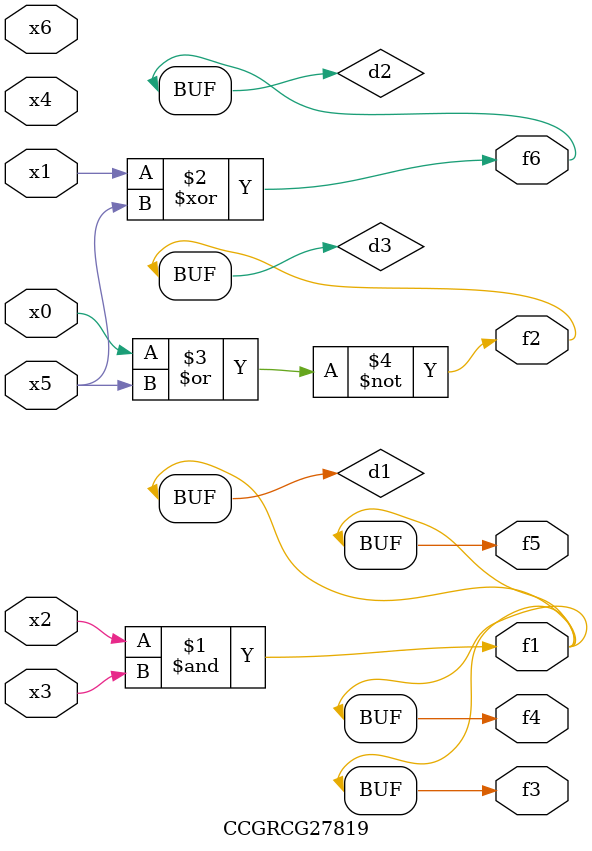
<source format=v>
module CCGRCG27819(
	input x0, x1, x2, x3, x4, x5, x6,
	output f1, f2, f3, f4, f5, f6
);

	wire d1, d2, d3;

	and (d1, x2, x3);
	xor (d2, x1, x5);
	nor (d3, x0, x5);
	assign f1 = d1;
	assign f2 = d3;
	assign f3 = d1;
	assign f4 = d1;
	assign f5 = d1;
	assign f6 = d2;
endmodule

</source>
